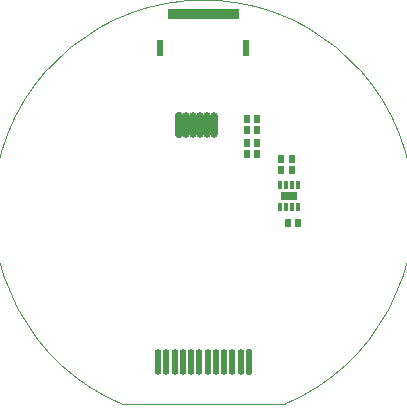
<source format=gbs>
G04*
G04 #@! TF.GenerationSoftware,Altium Limited,Altium Designer,22.0.2 (36)*
G04*
G04 Layer_Color=16711935*
%FSLAX25Y25*%
%MOIN*%
G70*
G04*
G04 #@! TF.SameCoordinates,6020ED95-2C93-4A4D-A151-97898FCA3E42*
G04*
G04*
G04 #@! TF.FilePolarity,Negative*
G04*
G01*
G75*
%ADD10C,0.00050*%
G04:AMPARAMS|DCode=24|XSize=86.74mil|YSize=23.75mil|CornerRadius=0mil|HoleSize=0mil|Usage=FLASHONLY|Rotation=270.000|XOffset=0mil|YOffset=0mil|HoleType=Round|Shape=Octagon|*
%AMOCTAGOND24*
4,1,8,-0.00594,-0.04337,0.00594,-0.04337,0.01187,-0.03743,0.01187,0.03743,0.00594,0.04337,-0.00594,0.04337,-0.01187,0.03743,-0.01187,-0.03743,-0.00594,-0.04337,0.0*
%
%ADD24OCTAGOND24*%

%ADD25O,0.02375X0.08674*%
%ADD26R,0.01745X0.02769*%
%ADD27R,0.05524X0.03162*%
%ADD28R,0.02375X0.02769*%
%ADD29R,0.01981X0.05328*%
%ADD30R,0.01981X0.03359*%
%ADD31O,0.02178X0.08674*%
G04:AMPARAMS|DCode=32|XSize=86.74mil|YSize=21.78mil|CornerRadius=0mil|HoleSize=0mil|Usage=FLASHONLY|Rotation=270.000|XOffset=0mil|YOffset=0mil|HoleType=Round|Shape=Octagon|*
%AMOCTAGOND32*
4,1,8,-0.00545,-0.04337,0.00545,-0.04337,0.01089,-0.03793,0.01089,0.03793,0.00545,0.04337,-0.00545,0.04337,-0.01089,0.03793,-0.01089,-0.03793,-0.00545,-0.04337,0.0*
%
%ADD32OCTAGOND32*%

D10*
X27213Y-64579D02*
G03*
X-27214Y-64579I-27213J64579D01*
G01*
X-27214D02*
X0D01*
X27213D01*
D24*
X-8206Y28500D02*
D03*
D25*
X-5843D02*
D03*
X-3481D02*
D03*
X-1119D02*
D03*
X1243D02*
D03*
X3605D02*
D03*
D26*
X25447Y960D02*
D03*
X27416D02*
D03*
X29384D02*
D03*
X31353D02*
D03*
X25447Y8440D02*
D03*
X27416D02*
D03*
X29384D02*
D03*
X31353D02*
D03*
D27*
X28400Y4700D02*
D03*
D28*
X29376Y17163D02*
D03*
X25833Y17163D02*
D03*
X17971Y30300D02*
D03*
X14428Y30300D02*
D03*
X29376Y13599D02*
D03*
X25833Y13598D02*
D03*
X14627Y18700D02*
D03*
X17973D02*
D03*
X14627Y22300D02*
D03*
X17973D02*
D03*
X17971Y26800D02*
D03*
X14428Y26800D02*
D03*
X31353Y-4135D02*
D03*
X28006D02*
D03*
D29*
X-14411Y54268D02*
D03*
X14211D02*
D03*
D30*
X10727Y65332D02*
D03*
X8758D02*
D03*
X6790D02*
D03*
X4821D02*
D03*
X2853D02*
D03*
X884D02*
D03*
X-1084D02*
D03*
X-3053D02*
D03*
X-5021D02*
D03*
X-6990D02*
D03*
X-8958D02*
D03*
X-10927D02*
D03*
D31*
X-15157Y-50500D02*
D03*
X-12402D02*
D03*
X-9646D02*
D03*
X-6890D02*
D03*
X-4134D02*
D03*
X-1378D02*
D03*
X1378D02*
D03*
X4134D02*
D03*
X6890D02*
D03*
X9646D02*
D03*
X12402D02*
D03*
D32*
X15157D02*
D03*
M02*

</source>
